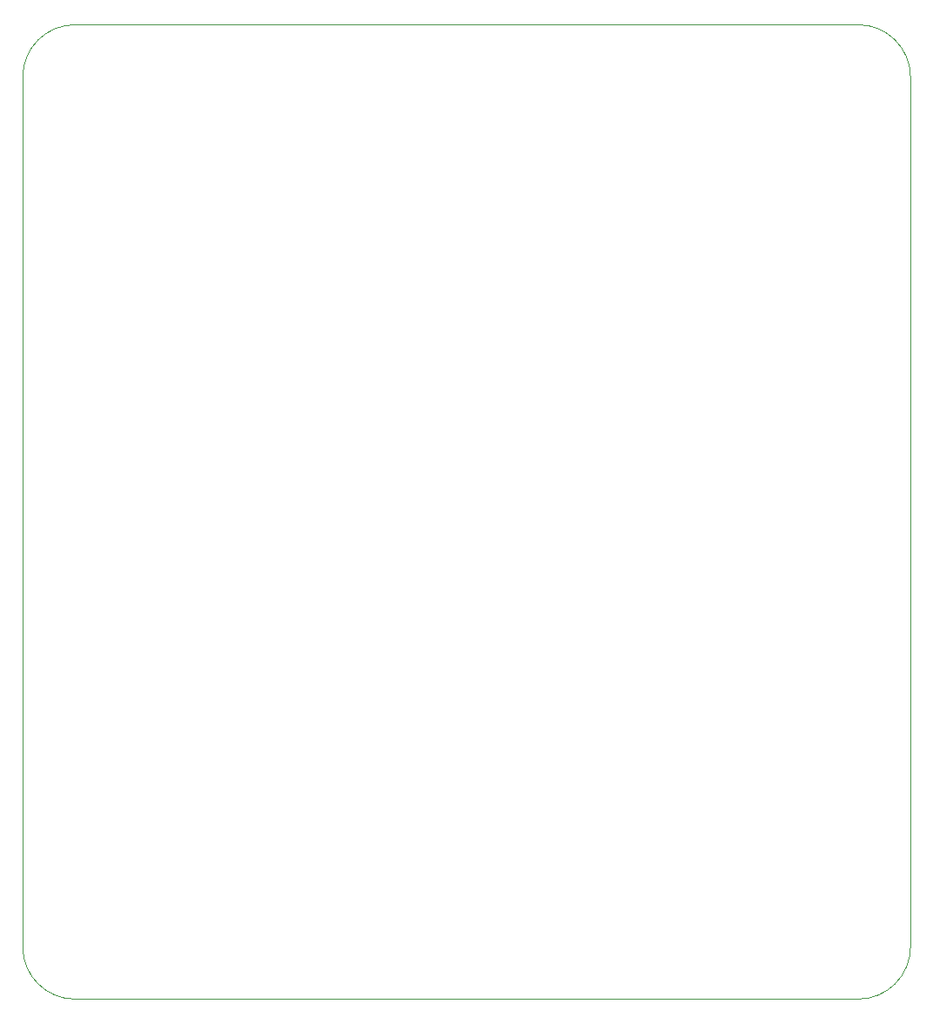
<source format=gm1>
G04 #@! TF.GenerationSoftware,KiCad,Pcbnew,(5.1.9)-1*
G04 #@! TF.CreationDate,2021-05-01T17:45:06+02:00*
G04 #@! TF.ProjectId,sh_control,73685f63-6f6e-4747-926f-6c2e6b696361,3.2*
G04 #@! TF.SameCoordinates,Original*
G04 #@! TF.FileFunction,Profile,NP*
%FSLAX46Y46*%
G04 Gerber Fmt 4.6, Leading zero omitted, Abs format (unit mm)*
G04 Created by KiCad (PCBNEW (5.1.9)-1) date 2021-05-01 17:45:06*
%MOMM*%
%LPD*%
G01*
G04 APERTURE LIST*
G04 #@! TA.AperFunction,Profile*
%ADD10C,0.100000*%
G04 #@! TD*
G04 APERTURE END LIST*
D10*
X111760000Y-38354000D02*
X111760000Y-122936000D01*
X111760000Y-38354000D02*
G75*
G02*
X116840000Y-33274000I5080000J0D01*
G01*
X116840000Y-128016000D02*
G75*
G02*
X111760000Y-122936000I0J5080000D01*
G01*
X193040000Y-33274000D02*
G75*
G02*
X198120000Y-38354000I0J-5080000D01*
G01*
X198120000Y-122936000D02*
G75*
G02*
X193040000Y-128016000I-5080000J0D01*
G01*
X198120000Y-122936000D02*
X198120000Y-38354000D01*
X116840000Y-128016000D02*
X193040000Y-128016000D01*
X193040000Y-33274000D02*
X116840000Y-33274000D01*
M02*

</source>
